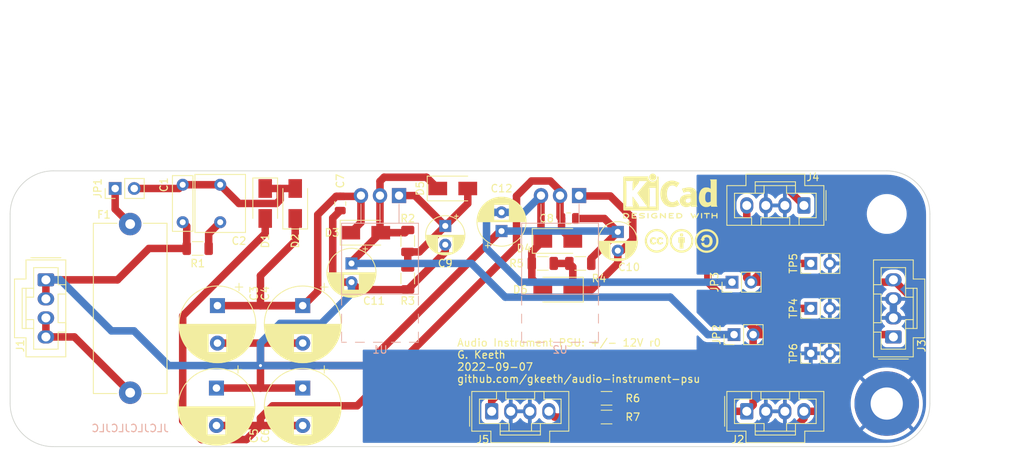
<source format=kicad_pcb>
(kicad_pcb (version 20211014) (generator pcbnew)
  (title_block (title "Audio Instrument PSU") (date "${date}") (rev "${rev}") (company "G. Keeth") (comment 1 "github.com/gkeeth/audio-instrument-psu"))
  (layers (0 "F.Cu" signal) (31 "B.Cu" signal) (34 "B.Paste" user) (35 "F.Paste" user) (36 "B.SilkS" user "B.Silkscreen") (37 "F.SilkS" user "F.Silkscreen") (38 "B.Mask" user) (39 "F.Mask" user) (44 "Edge.Cuts" user))
  (property "date" "2022-09-07")
  (property "rev" "0")
  (net 0 "")
  (net 1 "GND")
  (net 2 "Net-(C2-Pad2)")
  (net 3 "Net-(C10-Pad2)")
  (net 4 "Net-(F1-Pad1)")
  (net 5 "+12V")
  (net 6 "-12V")
  (net 7 "Net-(J5-Pad1)")
  (net 8 "Net-(J5-Pad4)")
  (net 9 "Net-(C9-Pad1)")
  (net 10 "/12VAC_fused")
  (net 11 "/+12V_regin")
  (net 12 "/-12V_regin")
  (net 13 "/+12V_regout")
  (net 14 "/-12V_regout")
  (net 15 "/12VAC_unfused")
  (footprint "Capacitor_THT:C_Rect_L7.2mm_W2.5mm_P5.00mm_FKS2_FKP2_MKS2_MKP2" (layer "F.Cu") (at 97 72.5 -90)
    (fp_text reference "C1" (at 0 2.5 90) (layer "F.SilkS"))
    (fp_text value "10n")
    (pad "1" thru_hole circle locked (at 0 0 270) (size 1.6 1.6) (drill 0.8) (layers *.Cu *.Mask) (net 10 "/12VAC_fused"))
    (pad "2" thru_hole circle locked (at 5 0 270) (size 1.6 1.6) (drill 0.8) (layers *.Cu *.Mask) (net 1 "GND"))
  )
  (footprint "MountingHole:MountingHole_4.3mm_M4_Pad" (layer "F.Cu") (at 190.85 101.7)
    (fp_text reference "H3" hide)
    (fp_text value "MountingHole_Pad")
    (pad "1" thru_hole circle (at 0 0) (size 8.6 8.6) (drill 4.3) (layers *.Cu *.Mask) (net 1 "GND"))
  )
  (footprint "Connector_PinHeader_2.54mm:PinHeader_1x02_P2.54mm_Vertical" (layer "F.Cu") (at 170.5 92.5 90)
    (fp_text reference "JP2" (at 0 -2.33 90) (layer "F.SilkS"))
    (fp_text value "Jumper_2_Bridged")
    (pad "1" thru_hole rect locked (at 0 0 90) (size 1.7 1.7) (drill 1) (layers *.Cu *.Mask) (net 13 "/+12V_regout"))
    (pad "2" thru_hole oval locked (at 0 2.54 90) (size 1.7 1.7) (drill 1) (layers *.Cu *.Mask) (net 5 "+12V"))
  )
  (footprint "MountingHole:MountingHole_4.3mm_M4" (layer "F.Cu") (at 79.75 101.7)
    (fp_text reference "H4" hide)
    (fp_text value "MountingHole")
    (pad "" np_thru_hole circle (at 0 0) (size 4.3 4.3) (drill 4.3) (layers *.Cu *.Mask))
  )
  (footprint "Capacitor_THT:CP_Radial_D10.0mm_P5.00mm" (layer "F.Cu") (at 113 88.632323 -90)
    (fp_text reference "C4" (at -1.632323 5 90) (layer "F.SilkS"))
    (fp_text value "470u")
    (pad "1" thru_hole rect locked (at 0 0 270) (size 2 2) (drill 1) (layers *.Cu *.Mask) (net 11 "/+12V_regin"))
    (pad "2" thru_hole circle locked (at 5 0 270) (size 2 2) (drill 1) (layers *.Cu *.Mask) (net 1 "GND"))
  )
  (footprint "Resistor_SMD:R_1206_3216Metric" (layer "F.Cu") (at 153.5 103.5 180)
    (fp_text reference "R7" (at -3.5 0) (layer "F.SilkS"))
    (fp_text value "10k")
    (pad "1" smd roundrect locked (at -1.4625 0 180) (size 1.125 1.75) (layers "F.Cu" "F.Paste" "F.Mask") (roundrect_rratio 0.222222) (net 6 "-12V"))
    (pad "2" smd roundrect locked (at 1.4625 0 180) (size 1.125 1.75) (layers "F.Cu" "F.Paste" "F.Mask") (roundrect_rratio 0.222222) (net 8 "Net-(J5-Pad4)"))
  )
  (footprint "MountingHole:MountingHole_4.3mm_M4" (layer "F.Cu") (at 190.85 76.4)
    (fp_text reference "H2" hide)
    (fp_text value "MountingHole")
    (pad "" np_thru_hole circle (at 0 0) (size 4.3 4.3) (drill 4.3) (layers *.Cu *.Mask))
  )
  (footprint "Connector_Molex_SL:Molex_SL_A-70543-0003_1x04_P2.54mm_Vertical" (layer "F.Cu") (at 172.19 102.735)
    (fp_text reference "J2" (at -1.19 3.765) (layer "F.SilkS"))
    (fp_text value "Molex_SL_01x04_Male")
    (pad "1" thru_hole roundrect locked (at 0 0) (size 1.74 2.2) (drill 1.2) (layers *.Cu *.Mask) (roundrect_rratio 0.143678) (net 5 "+12V"))
    (pad "2" thru_hole oval locked (at 2.54 0) (size 1.74 2.2) (drill 1.2) (layers *.Cu *.Mask) (net 1 "GND"))
    (pad "3" thru_hole oval locked (at 5.08 0) (size 1.74 2.2) (drill 1.2) (layers *.Cu *.Mask) (net 1 "GND"))
    (pad "4" thru_hole oval locked (at 7.62 0) (size 1.74 2.2) (drill 1.2) (layers *.Cu *.Mask) (net 6 "-12V"))
  )
  (footprint "Capacitor_THT:CP_Radial_D10.0mm_P5.00mm" (layer "F.Cu") (at 101.632323 88.632323 -90)
    (fp_text reference "C3" (at -1.632323 -4.867677 90) (layer "F.SilkS"))
    (fp_text value "470u")
    (pad "1" thru_hole rect locked (at 0 0 270) (size 2 2) (drill 1) (layers *.Cu *.Mask) (net 11 "/+12V_regin"))
    (pad "2" thru_hole circle locked (at 5 0 270) (size 2 2) (drill 1) (layers *.Cu *.Mask) (net 1 "GND"))
  )
  (footprint "Connector_Molex_SL:Molex_SL_A-70543-0003_1x04_P2.54mm_Vertical" (layer "F.Cu") (at 78.765 85.19 -90)
    (fp_text reference "J1" (at 8.81 3.415 90) (layer "F.SilkS"))
    (fp_text value "Molex_SL_01x04_Male")
    (pad "1" thru_hole roundrect locked (at 0 0 270) (size 1.74 2.2) (drill 1.2) (layers *.Cu *.Mask) (roundrect_rratio 0.143678) (net 1 "GND"))
    (pad "2" thru_hole oval locked (at 2.54 0 270) (size 1.74 2.2) (drill 1.2) (layers *.Cu *.Mask) (net 1 "GND"))
    (pad "3" thru_hole oval locked (at 5.08 0 270) (size 1.74 2.2) (drill 1.2) (layers *.Cu *.Mask) (net 15 "/12VAC_unfused"))
    (pad "4" thru_hole oval locked (at 7.62 0 270) (size 1.74 2.2) (drill 1.2) (layers *.Cu *.Mask) (net 15 "/12VAC_unfused"))
  )
  (footprint "Connector_PinHeader_2.54mm:PinHeader_1x02_P2.54mm_Vertical" (layer "F.Cu") (at 180.725 89 90)
    (fp_text reference "TP4" (at 0 -2.33 90) (layer "F.SilkS"))
    (fp_text value "TestPoint_2Pole")
    (pad "1" thru_hole rect locked (at 0 0 90) (size 1.7 1.7) (drill 1) (layers *.Cu *.Mask) (net 5 "+12V"))
    (pad "2" thru_hole oval locked (at 0 2.54 90) (size 1.7 1.7) (drill 1) (layers *.Cu *.Mask) (net 1 "GND"))
  )
  (footprint "Connector_PinHeader_2.54mm:PinHeader_1x02_P2.54mm_Vertical" (layer "F.Cu") (at 88 73 90)
    (fp_text reference "JP1" (at 0 -2.33 90) (layer "F.SilkS"))
    (fp_text value "Jumper_2_Bridged")
    (pad "1" thru_hole rect locked (at 0 0 90) (size 1.7 1.7) (drill 1) (layers *.Cu *.Mask) (net 4 "Net-(F1-Pad1)"))
    (pad "2" thru_hole oval locked (at 0 2.54 90) (size 1.7 1.7) (drill 1) (layers *.Cu *.Mask) (net 10 "/12VAC_fused"))
  )
  (footprint "Resistor_SMD:R_1206_3216Metric" (layer "F.Cu") (at 153.5 101 180)
    (fp_text reference "R6" (at -3.5 0) (layer "F.SilkS"))
    (fp_text value "10k")
    (pad "1" smd roundrect locked (at -1.4625 0 180) (size 1.125 1.75) (layers "F.Cu" "F.Paste" "F.Mask") (roundrect_rratio 0.222222) (net 5 "+12V"))
    (pad "2" smd roundrect locked (at 1.4625 0 180) (size 1.125 1.75) (layers "F.Cu" "F.Paste" "F.Mask") (roundrect_rratio 0.222222) (net 7 "Net-(J5-Pad1)"))
  )
  (footprint "Capacitor_THT:C_Rect_L7.5mm_W6.5mm_P5.00mm" (layer "F.Cu") (at 102 72.5 -90)
    (fp_text reference "C2" (at 7.5 -2.5) (layer "F.SilkS"))
    (fp_text value "150n")
    (pad "1" thru_hole circle locked (at 0 0 270) (size 1.6 1.6) (drill 0.8) (layers *.Cu *.Mask) (net 10 "/12VAC_fused"))
    (pad "2" thru_hole circle locked (at 5 0 270) (size 1.6 1.6) (drill 0.8) (layers *.Cu *.Mask) (net 2 "Net-(C2-Pad2)"))
  )
  (footprint "Capacitor_THT:CP_Radial_D6.3mm_P2.50mm" (layer "F.Cu") (at 139.5 78.68238 90)
    (fp_text reference "C12" (at 5.68238 0 180) (layer "F.SilkS"))
    (fp_text value "100u")
    (pad "1" thru_hole rect locked (at 0 0 90) (size 1.6 1.6) (drill 0.8) (layers *.Cu *.Mask) (net 1 "GND"))
    (pad "2" thru_hole circle locked (at 2.5 0 90) (size 1.6 1.6) (drill 0.8) (layers *.Cu *.Mask) (net 14 "/-12V_regout"))
  )
  (footprint "Resistor_SMD:R_1206_3216Metric" (layer "F.Cu") (at 99 81 180)
    (fp_text reference "R1" (at 0 -2) (layer "F.SilkS"))
    (fp_text value "R")
    (pad "1" smd roundrect locked (at -1.4625 0 180) (size 1.125 1.75) (layers "F.Cu" "F.Paste" "F.Mask") (roundrect_rratio 0.222222) (net 2 "Net-(C2-Pad2)"))
    (pad "2" smd roundrect locked (at 1.4625 0 180) (size 1.125 1.75) (layers "F.Cu" "F.Paste" "F.Mask") (roundrect_rratio 0.222222) (net 1 "GND"))
  )
  (footprint "Fuse:Fuseholder_Cylinder-5x20mm_Schurter_0031_8201_Horizontal_Open" (layer "F.Cu") (at 90 77.75 -90)
    (fp_text reference "F1" (at -1.25 3.5 -180) (layer "F.SilkS"))
    (fp_text value "Fuse")
    (pad "" np_thru_hole circle locked (at 11.25 0 270) (size 2.7 2.7) (drill 2.7) (layers *.Cu *.Mask))
    (pad "1" thru_hole circle locked (at 0 0 270) (size 3 3) (drill 1.3) (layers *.Cu *.Mask) (net 4 "Net-(F1-Pad1)"))
    (pad "2" thru_hole circle locked (at 22.5 0 270) (size 3 3) (drill 1.3) (layers *.Cu *.Mask) (net 15 "/12VAC_unfused"))
  )
  (footprint "Diode_SMD:D_SMA" (layer "F.Cu") (at 147 86.5 180)
    (fp_text reference "D6" (at 5 0) (layer "F.SilkS"))
    (fp_text value "MRA4007T3G")
    (pad "1" smd rect locked (at -2 0 180) (size 2.5 1.8) (layers "F.Cu" "F.Paste" "F.Mask") (net 3 "Net-(C10-Pad2)"))
    (pad "2" smd rect locked (at 2 0 180) (size 2.5 1.8) (layers "F.Cu" "F.Paste" "F.Mask") (net 14 "/-12V_regout"))
  )
  (footprint "Connector_Molex_SL:Molex_SL_A-70543-0003_1x04_P2.54mm_Vertical" (layer "F.Cu") (at 179.81 75.265 180)
    (fp_text reference "J4" (at -1.19 3.765) (layer "F.SilkS"))
    (fp_text value "Molex_SL_01x04_Male")
    (pad "1" thru_hole roundrect locked (at 0 0 180) (size 1.74 2.2) (drill 1.2) (layers *.Cu *.Mask) (roundrect_rratio 0.143678) (net 5 "+12V"))
    (pad "2" thru_hole oval locked (at 2.54 0 180) (size 1.74 2.2) (drill 1.2) (layers *.Cu *.Mask) (net 1 "GND"))
    (pad "3" thru_hole oval locked (at 5.08 0 180) (size 1.74 2.2) (drill 1.2) (layers *.Cu *.Mask) (net 1 "GND"))
    (pad "4" thru_hole oval locked (at 7.62 0 180) (size 1.74 2.2) (drill 1.2) (layers *.Cu *.Mask) (net 6 "-12V"))
  )
  (footprint "Connector_Molex_SL:Molex_SL_A-70543-0003_1x04_P2.54mm_Vertical" (layer "F.Cu") (at 138.19 102.735)
    (fp_text reference "J5" (at -1.19 3.765) (layer "F.SilkS"))
    (fp_text value "Molex_SL_01x04_Male")
    (pad "1" thru_hole roundrect locked (at 0 0) (size 1.74 2.2) (drill 1.2) (layers *.Cu *.Mask) (roundrect_rratio 0.143678) (net 7 "Net-(J5-Pad1)"))
    (pad "2" thru_hole oval locked (at 2.54 0) (size 1.74 2.2) (drill 1.2) (layers *.Cu *.Mask) (net 1 "GND"))
    (pad "3" thru_hole oval locked (at 5.08 0) (size 1.74 2.2) (drill 1.2) (layers *.Cu *.Mask) (net 1 "GND"))
    (pad "4" thru_hole oval locked (at 7.62 0) (size 1.74 2.2) (drill 1.2) (layers *.Cu *.Mask) (net 8 "Net-(J5-Pad4)"))
  )
  (footprint "Diode_SMD:D_SMA" (layer "F.Cu") (at 112 75 90)
    (fp_text reference "D1" (at -5 -4 90) (layer "F.SilkS"))
    (fp_text value "MRA4007T3G")
    (pad "1" smd rect locked (at -2 0 90) (size 2.5 1.8) (layers "F.Cu" "F.Paste" "F.Mask") (net 11 "/+12V_regin"))
    (pad "2" smd rect locked (at 2 0 90) (size 2.5 1.8) (layers "F.Cu" "F.Paste" "F.Mask") (net 10 "/12VAC_fused"))
  )
  (footprint "Connector_Molex_SL:Molex_SL_A-70543-0003_1x04_P2.54mm_Vertical" (layer "F.Cu") (at 191.735 92.81 90)
    (fp_text reference "J3" (at -1.19 3.765 90) (layer "F.SilkS"))
    (fp_text value "Molex_SL_01x04_Male")
    (pad "1" thru_hole roundrect locked (at 0 0 90) (size 1.74 2.2) (drill 1.2) (layers *.Cu *.Mask) (roundrect_rratio 0.143678) (net 5 "+12V"))
    (pad "2" thru_hole oval locked (at 2.54 0 90) (size 1.74 2.2) (drill 1.2) (layers *.Cu *.Mask) (net 1 "GND"))
    (pad "3" thru_hole oval locked (at 5.08 0 90) (size 1.74 2.2) (drill 1.2) (layers *.Cu *.Mask) (net 1 "GND"))
    (pad "4" thru_hole oval locked (at 7.62 0 90) (size 1.74 2.2) (drill 1.2) (layers *.Cu *.Mask) (net 6 "-12V"))
  )
  (footprint "Symbol_CreativeCommons:CC-BY-SA_SilkScreenTop_Small" (layer "F.Cu") (at 163.5 80)
    (fp_text reference "LOGO1" hide)
    (fp_text value "CC-BY-SA_0.33in" hide)
  )
  (footprint "Connector_PinHeader_2.54mm:PinHeader_1x02_P2.54mm_Vertical" (layer "F.Cu") (at 170.225 85.5 90)
    (fp_text reference "JP3" (at 0 -2.33 90) (layer "F.SilkS"))
    (fp_text value "Jumper_2_Bridged")
    (pad "1" thru_hole rect locked (at 0 0 90) (size 1.7 1.7) (drill 1) (layers *.Cu *.Mask) (net 14 "/-12V_regout"))
    (pad "2" thru_hole oval locked (at 0 2.54 90) (size 1.7 1.7) (drill 1) (layers *.Cu *.Mask) (net 6 "-12V"))
  )
  (footprint "Capacitor_THT:CP_Radial_D10.0mm_P5.00mm" (layer "F.Cu") (at 101.5 99.632323 -90)
    (fp_text reference "C5" (at 6.367677 -5 90) (layer "F.SilkS"))
    (fp_text value "470u")
    (pad "1" thru_hole rect locked (at 0 0 270) (size 2 2) (drill 1) (layers *.Cu *.Mask) (net 1 "GND"))
    (pad "2" thru_hole circle locked (at 5 0 270) (size 2 2) (drill 1) (layers *.Cu *.Mask) (net 12 "/-12V_regin"))
  )
  (footprint "MountingHole:MountingHole_4.3mm_M4" (layer "F.Cu") (at 79.75 76.4)
    (fp_text reference "H1" hide)
    (fp_text value "MountingHole")
    (pad "" np_thru_hole circle (at 0 0) (size 4.3 4.3) (drill 4.3) (layers *.Cu *.Mask))
  )
  (footprint "Capacitor_THT:CP_Radial_D6.3mm_P2.50mm" (layer "F.Cu") (at 119.5 83 -90)
    (fp_text reference "C11" (at 5 -3 180) (layer "F.SilkS"))
    (fp_text value "100u")
    (pad "1" thru_hole rect locked (at 0 0 270) (size 1.6 1.6) (drill 0.8) (layers *.Cu *.Mask) (net 13 "/+12V_regout"))
    (pad "2" thru_hole circle locked (at 2.5 0 270) (size 1.6 1.6) (drill 0.8) (layers *.Cu *.Mask) (net 1 "GND"))
  )
  (footprint "Connector_PinHeader_2.54mm:PinHeader_1x02_P2.54mm_Vertical" (layer "F.Cu") (at 180.725 83 90)
    (fp_text reference "TP5" (at 0 -2.33 90) (layer "F.SilkS"))
    (fp_text value "TestPoint_2Pole")
    (pad "1" thru_hole rect locked (at 0 0 90) (size 1.7 1.7) (drill 1) (layers *.Cu *.Mask) (net 6 "-12V"))
    (pad "2" thru_hole oval locked (at 0 2.54 90) (size 1.7 1.7) (drill 1) (layers *.Cu *.Mask) (net 1 "GND"))
  )
  (footprint "Capacitor_SMD:C_0805_2012Metric" (layer "F.Cu") (at 148.45 77 180)
    (fp_text reference "C8" (at 2.95 0) (layer "F.SilkS"))
    (fp_text value "100n")
    (pad "1" smd roundrect locked (at -0.95 0 180) (size 1 1.45) (layers "F.Cu" "F.Paste" "F.Mask") (net 1 "GND"))
    (pad "2" smd roundrect locked (at 0.95 0 180) (size 1 1.45) (layers "F.Cu" "F.Paste" "F.Mask") (net 12 "/-12V_regin"))
  )
  (footprint "Symbol:KiCad-Logo2_5mm_SilkScreen" (layer "F.Cu") (at 162 74)
    (fp_text reference "LOGO2" hide)
    (fp_text value "Logo_MadeWithKiCad" hide)
  )
  (footprint "Resistor_SMD:R_1206_3216Metric" (layer "F.Cu") (at 127 80 -90)
    (fp_text reference "R2" (at -3 0) (layer "F.SilkS"))
    (fp_text value "270")
    (pad "1" smd roundrect locked (at -1.4625 0 270) (size 1.125 1.75) (layers "F.Cu" "F.Paste" "F.Mask") (roundrect_rratio 0.222222) (net 13 "/+12V_regout"))
    (pad "2" smd roundrect locked (at 1.4625 0 270) (size 1.125 1.75) (layers "F.Cu" "F.Paste" "F.Mask") (roundrect_rratio 0.222222) (net 9 "Net-(C9-Pad1)"))
  )
  (footprint "Capacitor_SMD:C_0805_2012Metric" (layer "F.Cu") (at 118 75 -90)
    (fp_text reference "C7" (at -3 0 90) (layer "F.SilkS"))
    (fp_text value "100n")
    (pad "1" smd roundrect locked (at -0.95 0 270) (size 1 1.45) (layers "F.Cu" "F.Paste" "F.Mask") (net 11 "/+12V_regin"))
    (pad "2" smd roundrect locked (at 0.95 0 270) (size 1 1.45) (layers "F.Cu" "F.Paste" "F.Mask") (net 1 "GND"))
  )
  (footprint "Diode_SMD:D_SMA" (layer "F.Cu") (at 108 75 -90)
    (fp_text reference "D2" (at 5 -4 90) (layer "F.SilkS"))
    (fp_text value "MRA4007T3G")
    (pad "1" smd rect locked (at -2 0 270) (size 2.5 1.8) (layers "F.Cu" "F.Paste" "F.Mask") (net 10 "/12VAC_fused"))
    (pad "2" smd rect locked (at 2 0 270) (size 2.5 1.8) (layers "F.Cu" "F.Paste" "F.Mask") (net 12 "/-12V_regin"))
  )
  (footprint "Capacitor_THT:CP_Radial_D5.0mm_P2.50mm" (layer "F.Cu") (at 132 78 -90)
    (fp_text reference "C9" (at 5 0 180) (layer "F.SilkS"))
    (fp_text value "10u")
    (pad "1" thru_hole rect locked (at 0 0 270) (size 1.6 1.6) (drill 0.8) (layers *.Cu *.Mask) (net 9 "Net-(C9-Pad1)"))
    (pad "2" thru_hole circle locked (at 2.5 0 270) (size 1.6 1.6) (drill 0.8) (layers *.Cu *.Mask) (net 1 "GND"))
  )
  (footprint "Diode_SMD:D_SMA" (layer "F.Cu") (at 121.4 78.9)
    (fp_text reference "D3" (at -4.5 0) (layer "F.SilkS"))
    (fp_text value "MRA4007T3G")
    (pad "1" smd rect locked (at -2 0) (size 2.5 1.8) (layers "F.Cu" "F.Paste" "F.Mask") (net 11 "/+12V_regin"))
    (pad "2" smd rect locked (at 2 0) (size 2.5 1.8) (layers "F.Cu" "F.Paste" "F.Mask") (net 13 "/+12V_regout"))
  )
  (footprint "Connector_PinHeader_2.54mm:PinHeader_1x02_P2.54mm_Vertical" (layer "F.Cu") (at 180.725 95 90)
    (fp_text reference "TP6" (at 0 -2.33 90) (layer "F.SilkS"))
    (fp_text value "TestPoint_2Pole")
    (pad "1" thru_hole rect locked (at 0 0 90) (size 1.7 1.7) (drill 1) (layers *.Cu *.Mask) (net 1 "GND"))
    (pad "2" thru_hole oval locked (at 0 2.54 90) (size 1.7 1.7) (drill 1) (layers *.Cu *.Mask) (net 1 "GND"))
  )
  (footprint "Resistor_SMD:R_1206_3216Metric" (layer "F.Cu") (at 150 83 180)
    (fp_text reference "R4" (at -2.5 -2) (layer "F.SilkS"))
    (fp_text value "2.4k")
    (pad "1" smd roundrect locked (at -1.4625 0 180) (size 1.125 1.75) (layers "F.Cu" "F.Paste" "F.Mask") (roundrect_rratio 0.222222) (net 1 "GND"))
    (pad "2" smd roundrect locked (at 1.4625 0 180) (size 1.125 1.75) (layers "F.Cu" "F.Paste" "F.Mask") (roundrect_rratio 0.222222) (net 3 "Net-(C10-Pad2)"))
  )
  (footprint "Diode_SMD:D_SMA" (layer "F.Cu") (at 133 73)
    (fp_text reference "D5" (at -4.35 0 90) (layer "F.SilkS"))
    (fp_text value "MRA4007T3G")
    (pad "1" smd rect locked (at -2 0) (size 2.5 1.8) (layers "F.Cu" "F.Paste" "F.Mask") (net 13 "/+12V_regout"))
    (pad "2" smd rect locked (at 2 0) (size 2.5 1.8) (layers "F.Cu" "F.Paste" "F.Mask") (net 9 "Net-(C9-Pad1)"))
  )
  (footprint "Capacitor_THT:CP_Radial_D5.0mm_P2.50mm" (layer "F.Cu") (at 155 78.794888 -90)
    (fp_text reference "C10" (at 4.705112 -1.5) (layer "F.SilkS"))
    (fp_text value "10u")
    (pad "1" thru_hole rect locked (at 0 0 270) (size 1.6 1.6) (drill 0.8) (layers *.Cu *.Mask) (net 1 "GND"))
    (pad "2" thru_hole circle locked (at 2.5 0 270) (size 1.6 1.6) (drill 0.8) (layers *.Cu *.Mask) (net 3 "Net-(C10-Pad2)"))
  )
  (footprint "Resistor_SMD:R_1206_3216Metric" (layer "F.Cu") (at 145 83 180)
    (fp_text reference "R5" (at 3.5 0) (layer "F.SilkS"))
    (fp_text value "270")
    (pad "1" smd roundrect locked (at -1.4625 0 180) (size 1.125 1.75) (layers "F.Cu" "F.Paste" "F.Mask") (roundrect_rratio 0.222222) (net 3 "Net-(C10-Pad2)"))
    (pad "2" smd roundrect locked (at 1.4625 0 180) (size 1.125 1.75) (layers "F.Cu" "F.Paste" "F.Mask") (roundrect_rratio 0.222222) (net 14 "/-12V_regout"))
  )
  (footprint "Capacitor_THT:CP_Radial_D10.0mm_P5.00mm" (layer "F.Cu") (at 113 99.632323 -90)
    (fp_text reference "C6" (at 6.367677 5 90) (layer "F.SilkS"))
    (fp_text value "470u")
    (pad "1" thru_hole rect locked (at 0 0 270) (size 2 2) (drill 1) (layers *.Cu *.Mask) (net 1 "GND"))
    (pad "2" thru_hole circle locked (at 5 0 270) (size 2 2) (drill 1) (layers *.Cu *.Mask) (net 12 "/-12V_regin"))
  )
  (footprint "Resistor_SMD:R_1206_3216Metric" (layer "F.Cu") (at 127 85 -90)
    (fp_text reference "R3" (at 3 0 180) (layer "F.SilkS"))
    (fp_text value "2.4k")
    (pad "1" smd roundrect locked (at -1.4625 0 270) (size 1.125 1.75) (layers "F.Cu" "F.Paste" "F.Mask") (roundrect_rratio 0.222222) (net 9 "Net-(C9-Pad1)"))
    (pad "2" smd roundrect locked (at 1.4625 0 270) (size 1.125 1.75) (layers "F.Cu" "F.Paste" "F.Mask") (roundrect_rratio 0.222222) (net 1 "GND"))
  )
  (footprint "Diode_SMD:D_SMA" (layer "F.Cu") (at 147 80)
    (fp_text reference "D4" (at -4.5 1) (layer "F.SilkS"))
    (fp_text value "MRA4007T3G")
    (pad "1" smd rect locked (at -2 0) (size 2.5 1.8) (layers "F.Cu" "F.Paste" "F.Mask") (net 14 "/-12V_regout"))
    (pad "2" smd rect locked (at 2 0) (size 2.5 1.8) (layers "F.Cu" "F.Paste" "F.Mask") (net 12 "/-12V_regin"))
  )
  (footprint "Package_TO_SOT_THT:TO-220-3_Horizontal_TabUp" (layer "B.Cu") (at 149.84 73.945 180)
    (fp_text reference "U2" (at 2.54 -20.58) (layer "B.SilkS") (effects (justify mirror)))
    (fp_text value "LM337_TO220")
    (pad "" np_thru_hole oval (at 2.54 -16.66 180) (size 3.5 3.5) (drill 3.5) (layers *.Cu *.Mask))
    (pad "1" thru_hole rect (at 0 0 180) (size 1.905 2) (drill 1.1) (layers *.Cu *.Mask) (net 3 "Net-(C10-Pad2)"))
    (pad "2" thru_hole oval (at 2.54 0 180) (size 1.905 2) (drill 1.1) (layers *.Cu *.Mask) (net 12 "/-12V_regin"))
    (pad "3" thru_hole oval (at 5.08 0 180) (size 1.905 2) (drill 1.1) (layers *.Cu *.Mask) (net 14 "/-12V_regout"))
  )
  (footprint "Package_TO_SOT_THT:TO-220-3_Horizontal_TabUp" (layer "B.Cu") (at 125.84 73.945 180)
    (fp_text reference "U1" (at 2.54 -20.58) (layer "B.SilkS") (effects (justify mirror)))
    (fp_text value "LM317_TO-220")
    (pad "" np_thru_hole oval (at 2.54 -16.66 180) (size 3.5 3.5) (drill 3.5) (layers *.Cu *.Mask))
    (pad "1" thru_hole rect (at 0 0 180) (size 1.905 2) (drill 1.1) (layers *.Cu *.Mask) (net 9 "Net-(C9-Pad1)"))
    (pad "2" thru_hole oval (at 2.54 0 180) (size 1.905 2) (drill 1.1) (layers *.Cu *.Mask) (net 13 "/+12V_regout"))
    (pad "3" thru_hole oval (at 5.08 0 180) (size 1.905 2) (drill 1.1) (layers *.Cu *.Mask) (net 11 "/+12V_regin"))
  )
  (gr_arc (start 190.85 70.65) (mid 194.915864 72.334136) (end 196.6 76.4) (layer "Edge.Cuts") (width 0.1))
  (gr_arc (start 74 76.4) (mid 75.684136 72.334136) (end 79.75 70.65) (layer "Edge.Cuts") (width 0.1))
  (gr_line (start 79.75 107.45) (end 190.85 107.45) (layer "Edge.Cuts") (width 0.1))
  (gr_line (start 79.75 70.65) (end 190.85 70.65) (layer "Edge.Cuts") (width 0.1))
  (gr_arc (start 79.75 107.45) (mid 75.684136 105.765864) (end 74 101.7) (layer "Edge.Cuts") (width 0.1))
  (gr_line (start 196.6 101.7) (end 196.6 76.4) (layer "Edge.Cuts") (width 0.1))
  (gr_arc (start 196.6 101.7) (mid 194.915864 105.765864) (end 190.85 107.45) (layer "Edge.Cuts") (width 0.1))
  (gr_line (start 74 76.4) (end 74 101.7) (layer "Edge.Cuts") (width 0.1))
  (gr_text "JLCJLCJLCJLC" (at 90 105) (layer "B.SilkS") (effects (font (size 1 1)) (justify mirror)))
  (gr_text "Audio Instrument PSU: +/- 12V r${rev}\nG. Keeth\n${date}\ngithub.com/gkeeth/audio-instrument-psu" (at 133.5 96) (layer "F.SilkS") (effects (font (size 1 1)) (justify left)))
  (segment (start 117 84.63137) (end 117.86863 85.5) (width 1) (layer "F.Cu") (net 1))
  (segment (start 119.5 85.5) (end 120.5 86.5) (width 1) (layer "F.Cu") (net 1))
  (segment (start 153.205112 77) (end 155 78.794888) (width 1) (layer "F.Cu") (net 1))
  (segment (start 149.4 77) (end 153.205112 77) (width 1) (layer "F.Cu") (net 1))
  (segment (start 127.0375 86.4625) (end 127 86.4625) (width 1) (layer "F.Cu") (net 1))
  (segment (start 92.5 81) (end 88.31 85.19) (width 1) (layer "F.Cu") (net 1))
  (segment (start 107.367677 93.632323) (end 107.367677 96.632323) (width 1) (layer "F.Cu") (net 1))
  (segment (start 151.4625 82.332388) (end 155 78.794888) (width 1) (layer "F.Cu") (net 1))
  (segment (start 97.5375 81) (end 97.5375 78.0375) (width 1) (layer "F.Cu") (net 1))
  (segment (start 121.367677 96.632323) (end 139.31762 78.68238) (width 1) (layer "F.Cu") (net 1))
  (segment (start 132 80.5) (end 132 81.5) (width 1) (layer "F.Cu") (net 1))
  (segment (start 117 76.95) (end 117 84.63137) (width 1) (layer "F.Cu") (net 1))
  (segment (start 97.5375 78.0375) (end 97 77.5) (width 1) (layer "F.Cu") (net 1))
  (segment (start 120.5 86.5) (end 126.9625 86.5) (width 1) (layer "F.Cu") (net 1))
  (segment (start 101.632323 93.632323) (end 107.367677 93.632323) (width 1) (layer "F.Cu") (net 1))
  (segment (start 107.367677 96.632323) (end 121.367677 96.632323) (width 1) (layer "F.Cu") (net 1))
  (segment (start 118 75.95) (end 117 76.95) (width 1) (layer "F.Cu") (net 1))
  (segment (start 97.5375 81) (end 92.5 81) (width 1) (layer "F.Cu") (net 1))
  (segment (start 88.31 85.19) (end 78.765 85.19) (width 1) (layer "F.Cu") (net 1))
  (segment (start 126.9625 86.5) (end 127 86.4625) (width 1) (layer "F.Cu") (net 1))
  (segment (start 107.367677 96.632323) (end 107.367677 99.632323) (width 1) (layer "F.Cu") (net 1))
  (segment (start 151.4625 83) (end 151.4625 82.332388) (width 1) (layer "F.Cu") (net 1))
  (segment (start 107.367677 99.632323) (end 113 99.632323) (width 1) (layer "F.Cu") (net 1))
  (segment (start 107.367677 93.632323) (end 113 93.632323) (width 1) (layer "F.Cu") (net 1))
  (segment (start 78.765 87.73) (end 78.765 85.19) (width 1) (layer "F.Cu") (net 1))
  (segment (start 101.5 99.632323) (end 107.367677 99.632323) (width 1) (layer "F.Cu") (net 1))
  (segment (start 117.86863 85.5) (end 119.5 85.5) (width 1) (layer "F.Cu") (net 1))
  (segment (start 132 81.5) (end 127.0375 86.4625) (width 1) (layer "F.Cu") (net 1))
  (segment (start 139.31762 78.68238) (end 139.5 78.68238) (width 1) (layer "F.Cu") (net 1))
  (via (at 107.367677 96.632323) (size 0.8) (drill 0.4) (layers "F.Cu" "B.Cu") (net 1))
  (segment (start 164.632323 96.632323) (end 169 101) (width 1) (layer "B.Cu") (net 1))
  (segment (start 169.5 105.5) (end 173 105.5) (width 1) (layer "B.Cu") (net 1))
  (segment (start 87.5 92) (end 80.69 85.19) (width 1) (layer "B.Cu") (net 1))
  (segment (start 115.5 91) (end 119.5 87) (width 1) (layer "B.Cu") (net 1))
  (segment (start 139.5 78.68238) (end 154.887492 78.68238) (width 1) (layer "B.Cu") (net 1))
  (segment (start 110 91) (end 115.5 91) (width 1) (layer "B.Cu") (net 1))
  (segment (start 154.887492 78.68238) (end 155 78.794888) (width 1) (layer "B.Cu") (net 1))
  (segment (start 169 105) (end 169.5 105.5) (width 1) (layer "B.Cu") (net 1))
  (segment (start 80.69 85.19) (end 78.765 85.19) (width 1) (layer "B.Cu") (net 1))
  (segment (start 107.367677 96.632323) (end 95.132323 96.632323) (width 1) (layer "B.Cu") (net 1))
  (segment (start 174.73 103.77) (end 174.73 102.735) (width 1) (layer "B.Cu") (net 1))
  (segment (start 90.5 92) (end 87.5 92) (width 1) (layer "B.Cu") (net 1))
  (segment (start 169 101) (end 169 105) (width 1) (layer "B.Cu") (net 1))
  (segment (start 173 105.5) (end 174.73 103.77) (width 1) (layer "B.Cu") (net 1))
  (segment (start 95.132323 96.632323) (end 90.5 92) (width 1) (layer "B.Cu") (net 1))
  (segment (start 107.367677 96.632323) (end 164.632323 96.632323) (width 1) (layer "B.Cu") (net 1))
  (segment (start 107.367677 93.632323) (end 110 91) (width 1) (layer "B.Cu") (net 1))
  (segment (start 191.735 87.73) (end 191.735 90.27) (width 1) (layer "B.Cu") (net 1))
  (segment (start 119.5 87) (end 119.5 85.5) (width 1) (layer "B.Cu") (net 1))
  (segment (start 107.367677 96.632323) (end 107.367677 93.632323) (width 1) (layer "B.Cu") (net 1))
  (segment (start 102 77.5) (end 100.4625 79.0375) (width 1) (layer "F.Cu") (net 2))
  (segment (start 100.4625 79.0375) (end 100.4625 81) (width 1) (layer "F.Cu") (net 2))
  (segment (start 149.895 74) (end 154 74) (width 1) (layer "F.Cu") (net 3))
  (segment (start 157 77) (end 157 79.794888) (width 1) (layer "F.Cu") (net 3))
  (segment (start 154 74) (end 157 77) (width 1) (layer "F.Cu") (net 3))
  (segment (start 157 79.794888) (end 155.5 81.294888) (width 1) (layer "F.Cu") (net 3))
  (segment (start 149 86.5) (end 151.5 86.5) (width 1) (layer "F.Cu") (net 3))
  (segment (start 151.5 86.5) (end 155 83) (width 1) (layer "F.Cu") (net 3))
  (segment (start 149.84 73.945) (end 149.895 74) (width 1) (layer "F.Cu") (net 3))
  (segment (start 149 86.5) (end 149 83.4625) (width 1) (layer "F.Cu") (net 3))
  (segment (start 149 83.4625) (end 148.5375 83) (width 1) (layer "F.Cu") (net 3))
  (segment (start 155.5 81.294888) (end 155 81.294888) (width 1) (layer "F.Cu") (net 3))
  (segment (start 155 83) (end 155 81.294888) (width 1) (layer "F.Cu") (net 3))
  (segment (start 146.4625 83) (end 148.5375 83) (width 1) (layer "F.Cu") (net 3))
  (segment (start 88 75.75) (end 90 77.75) (width 1) (layer "F.Cu") (net 4))
  (segment (start 88 73) (end 88 75.75) (width 1) (layer "F.Cu") (net 4))
  (segment (start 171 72.5) (end 177.045 72.5) (width 1) (layer "F.Cu") (net 5))
  (segment (start 167 76.5) (end 171 72.5) (width 1) (layer "F.Cu") (net 5))
  (segment (start 173.04 91.54) (end 167 85.5) (width 1) (layer "F.Cu") (net 5))
  (segment (start 173.04 92.5) (end 173.04 91.54) (width 1) (layer "F.Cu") (net 5))
  (segment (start 173.04 101.885) (end 173.04 92.5) (width 1) (layer "F.Cu") (net 5))
  (segment (start 176.54 89) (end 173.04 92.5) (width 1) (layer "F.Cu") (net 5))
  (segment (start 191.425 92.5) (end 191.735 92.81) (width 1) (layer "F.Cu") (net 5))
  (segment (start 173.04 92.5) (end 191.425 92.5) (width 1) (layer "F.Cu") (net 5))
  (segment (start 180.725 89) (end 176.54 89) (width 1) (layer "F.Cu") (net 5))
  (segment (start 167.742081 101) (end 154.9625 101) (width 1) (layer "F.Cu") (net 5))
  (segment (start 167 85.5) (end 167 76.5) (width 1) (layer "F.Cu") (net 5))
  (segment (start 169.477081 102.735) (end 167.742081 101) (width 1) (layer "F.Cu") (net 5))
  (segment (start 172.19 102.735) (end 173.04 101.885) (width 1) (layer "F.Cu") (net 5))
  (segment (start 172.19 102.735) (end 169.477081 102.735) (width 1) (layer "F.Cu") (net 5))
  (segment (start 177.045 72.5) (end 179.81 75.265) (width 1) (layer "F.Cu") (net 5))
  (segment (start 191.425 85.5) (end 191.735 85.19) (width 1) (layer "F.Cu") (net 6))
  (segment (start 180.725 83) (end 175.265 83) (width 1) (layer "F.Cu") (net 6))
  (segment (start 175.265 83) (end 172.765 85.5) (width 1) (layer "F.Cu") (net 6))
  (segment (start 179.81 102.735) (end 181.765 102.735) (width 1) (layer "F.Cu") (net 6))
  (segment (start 178 105.5) (end 179.81 103.69) (width 1) (layer "F.Cu") (net 6))
  (segment (start 172.19 84.925) (end 172.765 85.5) (width 1) (layer "F.Cu") (net 6))
  (segment (start 181.765 102.735) (end 189 95.5) (width 1) (layer "F.Cu") (net 6))
  (segment (start 193.5 95.5) (end 194.5 94.5) (width 1) (layer "F.Cu") (net 6))
  (segment (start 194.5 87.955) (end 191.735 85.19) (width 1) (layer "F.Cu") (net 6))
  (segment (start 189 95.5) (end 193.5 95.5) (width 1) (layer "F.Cu") (net 6))
  (segment (start 167 105.5) (end 178 105.5) (width 1) (layer "F.Cu") (net 6))
  (segment (start 172.19 75.265) (end 172.19 84.925) (width 1) (layer "F.Cu") (net 6))
  (segment (start 179.81 103.69) (end 179.81 102.735) (width 1) (layer "F.Cu") (net 6))
  (segment (start 165 103.5) (end 167 105.5) (width 1) (layer "F.Cu") (net 6))
  (segment (start 194.5 94.5) (end 194.5 87.955) (width 1) (layer "F.Cu") (net 6))
  (segment (start 154.9625 103.5) (end 165 103.5) (width 1) (layer "F.Cu") (net 6))
  (segment (start 172.765 85.5) (end 191.425 85.5) (width 1) (layer "F.Cu") (net 6))
  (segment (start 147.5 101) (end 146.5 100) (width 1) (layer "F.Cu") (net 7))
  (segment (start 138.19 101.31) (end 138.19 102.735) (width 1) (layer "F.Cu") (net 7))
  (segment (start 152.0375 101) (end 147.5 101) (width 1) (layer "F.Cu") (net 7))
  (segment (start 146.5 100) (end 139.5 100) (width 1) (layer "F.Cu") (net 7))
  (segment (start 139.5 100) (end 138.19 101.31) (width 1) (layer "F.Cu") (net 7))
  (segment (start 146.575 103.5) (end 145.81 102.735) (width 1) (layer "F.Cu") (net 8))
  (segment (start 152.0375 103.5) (end 146.575 103.5) (width 1) (layer "F.Cu") (net 8))
  (segment (start 135 75) (end 135 73) (width 1) (layer "F.Cu") (net 9))
  (segment (start 127 81.4625) (end 127 83.5375) (width 1) (layer "F.Cu") (net 9))
  (segment (start 127 81.4625) (end 128.5375 81.4625) (width 1) (layer "F.Cu") (net 9))
  (segment (start 128.5375 81.4625) (end 132 78) (width 1) (layer "F.Cu") (net 9))
  (segment (start 125.84 73.945) (end 127.945 73.945) (width 1) (layer "F.Cu") (net 9))
  (segment (start 132 78) (end 135 75) (width 1) (layer "F.Cu") (net 9))
  (segment (start 127.945 73.945) (end 132 78) (width 1) (layer "F.Cu") (net 9))
  (segment (start 97 72.5) (end 102 72.5) (width 1) (layer "F.Cu") (net 10))
  (segment (start 96.5 73) (end 97 72.5) (width 1) (layer "F.Cu") (net 10))
  (segment (start 110 74.5) (end 109.5 75) (width 1) (layer "F.Cu") (net 10))
  (segment (start 109.5 75) (end 104.5 75) (width 1) (layer "F.Cu") (net 10))
  (segment (start 90.54 73) (end 96.5 73) (width 1) (layer "F.Cu") (net 10))
  (segment (start 108 73) (end 110 73) (width 1) (layer "F.Cu") (net 10))
  (segment (start 110 73) (end 110 74.5) (width 1) (layer "F.Cu") (net 10))
  (segment (start 104.5 75) (end 102 72.5) (width 1) (layer "F.Cu") (net 10))
  (segment (start 110 73) (end 112 73) (width 1) (layer "F.Cu") (net 10))
  (segment (start 115 86.714359) (end 113.082036 88.632323) (width 1) (layer "F.Cu") (net 11))
  (segment (start 120.655 74.05) (end 120.76 73.945) (width 1) (layer "F.Cu") (net 11))
  (segment (start 113.082036 88.632323) (end 107.367677 88.632323) (width 1) (layer "F.Cu") (net 11))
  (segment (start 120.76 77.54) (end 119.4 78.9) (width 1) (layer "F.Cu") (net 11))
  (segment (start 115 76.5) (end 115 86.714359) (width 1) (layer "F.Cu") (net 11))
  (segment (start 107.367677 88.632323) (end 113 88.632323) (width 1) (layer "F.Cu") (net 11))
  (segment (start 118 74.05) (end 120.655 74.05) (width 1) (layer "F.Cu") (net 11))
  (segment (start 118 74.05) (end 117.45 74.05) (width 1) (layer "F.Cu") (net 11))
  (segment (start 117.45 74.05) (end 115 76.5) (width 1) (layer "F.Cu") (net 11))
  (segment (start 107.367677 84.632323) (end 107.367677 88.632323) (width 1) (layer "F.Cu") (net 11))
  (segment (start 112 80) (end 107.367677 84.632323) (width 1) (layer "F.Cu") (net 11))
  (segment (start 112 77) (end 112 80) (width 1) (layer "F.Cu") (net 11))
  (segment (start 101.632323 88.632323) (end 107.367677 88.632323) (width 1) (layer "F.Cu") (net 11))
  (segment (start 120.76 73.945) (end 120.76 77.54) (width 1) (layer "F.Cu") (net 11))
  (segment (start 147.3 73.945) (end 147.3 76.8) (width 1) (layer "F.Cu") (net 12))
  (segment (start 147.3 73.945) (end 147.3 73.3) (width 1) (layer "F.Cu") (net 12))
  (segment (start 108 77) (end 108 79) (width 1) (layer "F.Cu") (net 12))
  (segment (start 107.367677 103.632323) (end 107.367677 104.632323) (width 1) (layer "F.Cu") (net 12))
  (segment (start 97 90) (end 97 104) (width 1) (layer "F.Cu") (net 12))
  (segment (start 143.5 72) (end 141.5 74) (width 1) (layer "F.Cu") (net 12))
  (segment (start 120.25 102) (end 109 102) (width 1) (layer "F.Cu") (net 12))
  (segment (start 109 102) (end 107.367677 103.632323) (width 1) (layer "F.Cu") (net 12))
  (segment (start 108 79) (end 97 90) (width 1) (layer "F.Cu") (net 12))
  (segment (start 147.5 78.5) (end 149 80) (width 1) (layer "F.Cu") (net 12))
  (segment (start 147.3 76.8) (end 147.5 77) (width 1) (layer "F.Cu") (net 12))
  (segment (start 113 104.632323) (end 107.367677 104.632323) (width 1) (layer "F.Cu") (net 12))
  (segment (start 146 72) (end 143.5 72) (width 1) (layer "F.Cu") (net 12))
  (segment (start 141.5 80.75) (end 120.25 102) (width 1) (layer "F.Cu") (net 12))
  (segment (start 141.5 74) (end 141.5 80.75) (width 1) (layer "F.Cu") (net 12))
  (segment (start 105.5 106.5) (end 107.367677 104.632323) (width 1) (layer "F.Cu") (net 12))
  (segment (start 147.3 73.3) (end 146 72) (width 1) (layer "F.Cu") (net 12))
  (segment (start 147.5 77) (end 147.5 78.5) (width 1) (layer "F.Cu") (net 12))
  (segment (start 99.5 106.5) (end 105.5 106.5) (width 1) (layer "F.Cu") (net 12))
  (segment (start 107.367677 104.632323) (end 101.5 104.632323) (width 1) (layer "F.Cu") (net 12))
  (segment (start 97 104) (end 99.5 106.5) (width 1) (layer "F.Cu") (net 12))
  (segment (start 123.3 73.945) (end 123.3 72.04) (width 1) (layer "F.Cu") (net 13))
  (segment (start 129.5 71.5) (end 131 73) (width 1) (layer "F.Cu") (net 13))
  (segment (start 123.3 78.8) (end 123.4 78.9) (width 1) (layer "F.Cu") (net 13))
  (segment (start 123.3 73.945) (end 123.3 78.8) (width 1) (layer "F.Cu") (net 13))
  (segment (start 123.4 78.9) (end 126.6375 78.9) (width 1) (layer "F.Cu") (net 13))
  (segment (start 123.84 71.5) (end 129.5 71.5) (width 1) (layer "F.Cu") (net 13))
  (segment (start 123.3 72.04) (end 123.84 71.5) (width 1) (layer "F.Cu") (net 13))
  (segment (start 119.5 83) (end 119.5 82.8) (width 1) (layer "F.Cu") (net 13))
  (segment (start 126.6375 78.9) (end 127 78.5375) (width 1) (layer "F.Cu") (net 13))
  (segment (start 119.5 82.8) (end 123.4 78.9) (width 1) (layer "F.Cu") (net 13))
  (segment (start 167 92.5) (end 170.5 92.5) (width 1) (layer "B.Cu") (net 13))
  (segment (start 162 87.5) (end 167 92.5) (width 1) (layer "B.Cu") (net 13))
  (segment (start 135.5 83) (end 140 87.5) (width 1) (layer "B.Cu") (net 13))
  (segment (start 119.5 83) (end 135.5 83) (width 1) (layer "B.Cu") (net 13))
  (segment (start 140 87.5) (end 162 87.5) (width 1) (layer "B.Cu") (net 13))
  (segment (start 144.76 79.76) (end 145 80) (width 1) (layer "F.Cu") (net 14))
  (segment (start 143.5375 83) (end 143.5375 85.0375) (width 1) (layer "F.Cu") (net 14))
  (segment (start 144.76 73.945) (end 144.76 79.76) (width 1) (layer "F.Cu") (net 14))
  (segment (start 143.5375 81.4625) (end 145 80) (width 1) (layer "F.Cu") (net 14))
  (segment (start 143.5375 83) (end 143.5375 81.4625) (width 1) (layer "F.Cu") (net 14))
  (segment (start 143.5375 85.0375) (end 145 86.5) (width 1) (layer "F.Cu") (net 14))
  (segment (start 139.5 76.18238) (end 138.36863 76.18238) (width 1) (layer "B.Cu") (net 14))
  (segment (start 142 85.5) (end 170.225 85.5) (width 1) (layer "B.Cu") (net 14))
  (segment (start 137.5 77.05101) (end 137.5 81) (width 1) (layer "B.Cu") (net 14))
  (segment (start 138.36863 76.18238) (end 137.5 77.05101) (width 1) (layer "B.Cu") (net 14))
  (segment (start 137.5 81) (end 142 85.5) (width 1) (layer "B.Cu") (net 14))
  (segment (start 142.52262 76.18238) (end 144.76 73.945) (width 1) (layer "B.Cu") (net 14))
  (segment (start 139.5 76.18238) (end 142.52262 76.18238) (width 1) (layer "B.Cu") (net 14))
  (segment (start 82.56 92.81) (end 90 100.25) (width 1) (layer "F.Cu") (net 15))
  (segment (start 78.765 92.81) (end 82.56 92.81) (width 1) (layer "F.Cu") (net 15))
  (segment (start 78.765 90.27) (end 78.765 92.81) (width 1) (layer "F.Cu") (net 15))
  (zone (net 1) (net_name "GND") (layer "B.Cu") (connect_pads (clearance 0.508)) (min_thickness 0.254) (fill yes (thermal_gap 0.508) (thermal_bridge_width 0.508))
    (polygon (pts (xy 197 108) (xy 121 108) (xy 121 94.5) (xy 165.5 94.5) (xy 165.5 70) (xy 197 70)))
  )
)
</source>
